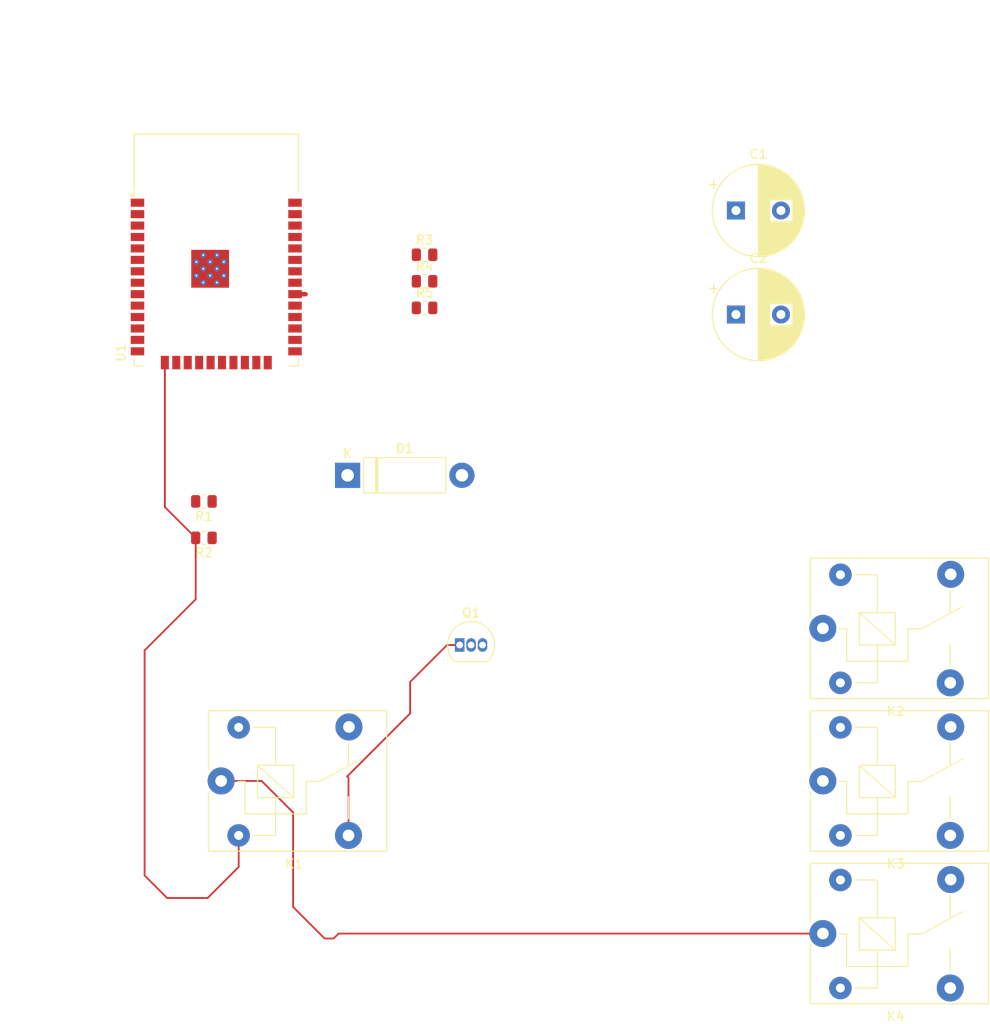
<source format=kicad_pcb>
(kicad_pcb (version 20241229) (generator "pcbnew") (generator_version "9.0")
  (layers (0 "F.Cu" signal) (2 "B.Cu" signal) (13 "F.Paste" user) (15 "B.Paste" user) (5 "F.SilkS" user "F.Silkscreen") (7 "B.SilkS" user "B.Silkscreen") (1 "F.Mask" user) (3 "B.Mask" user) (25 "Edge.Cuts" user))
  (net 0 "")
  (net 1 "5V")
  (net 2 "GND")
  (net 3 "VCC")
  (net 4 "NO")
  (net 5 "COM")
  (net 6 "IN")
  (net 7 "BASE")
  (net 8 "GPIO")
  (net 9 "GPIO2")
  (footprint "Capacitor_THT:CP_Radial_D10.0mm_P5.00mm" (layer "F.Cu") (at 139.694646 54.19)
    (property "Reference" "C2" (at 2.5 -6.25 0) (layer "F.SilkS"))
    (property "Value" "100nF")
    (pad "1" thru_hole rect (at 0 0) (size 2 2) (drill 1) (layers "*.Cu" "*.Mask") (net 3 "VCC"))
    (pad "2" thru_hole circle (at 5 0) (size 2 2) (drill 1) (layers "*.Cu" "*.Mask") (net 2 "GND"))
  )
  (footprint "Resistor_SMD:R_0805_2012Metric" (layer "F.Cu") (at 80.5875 74.95 180)
    (property "Reference" "R1" (at 0 -1.65 180) (layer "F.SilkS"))
    (property "Value" "1k")
    (pad "1" smd roundrect (at -0.9125 0 180) (size 1.025 1.4) (layers "F.Cu" "F.Mask" "F.Paste") (roundrect_rratio 0.243902) (net 8 "GPIO"))
    (pad "2" smd roundrect (at 0.9125 0 180) (size 1.025 1.4) (layers "F.Cu" "F.Mask" "F.Paste") (roundrect_rratio 0.243902) (net 7 "BASE"))
  )
  (footprint "Diode_THT:D_5W_P12.70mm_Horizontal" (layer "F.Cu") (at 96.55 72.05)
    (property "Reference" "D1" (at 6.35 -2.97 0) (layer "F.SilkS"))
    (property "Value" "D")
    (fp_text user "K" (at 0 -2.4 0) (layer "F.SilkS"))
    (pad "1" thru_hole rect (at 0 0) (size 2.8 2.8) (drill 1.4) (layers "*.Cu" "*.Mask") (net 4 "NO"))
    (pad "2" thru_hole oval (at 12.7 0) (size 2.8 2.8) (drill 1.4) (layers "*.Cu" "*.Mask") (net 5 "COM"))
  )
  (footprint "Resistor_SMD:R_0805_2012Metric" (layer "F.Cu") (at 105.1 53.45)
    (property "Reference" "R5" (at 0 -1.65 0) (layer "F.SilkS"))
    (property "Value" "1k")
    (pad "1" smd roundrect (at -0.9125 0) (size 1.025 1.4) (layers "F.Cu" "F.Mask" "F.Paste") (roundrect_rratio 0.243902))
    (pad "2" smd roundrect (at 0.9125 0) (size 1.025 1.4) (layers "F.Cu" "F.Mask" "F.Paste") (roundrect_rratio 0.243902) (net 2 "GND"))
  )
  (footprint "Relay_THT:Relay_SPDT_SANYOU_SRD_Series_Form_C" (layer "F.Cu") (at 149.35 89.05)
    (property "Reference" "K2" (at 8.1 9.2 0) (layer "F.SilkS"))
    (property "Value" "SANYOU_SRD_Form_C")
    (pad "1" thru_hole circle (at 0 0 90) (size 3 3) (drill 1.3) (layers "*.Cu" "*.Mask") (net 1 "5V"))
    (pad "2" thru_hole circle (at 1.95 6.05 90) (size 2.5 2.5) (drill 1) (layers "*.Cu" "*.Mask") (net 2 "GND"))
    (pad "3" thru_hole circle (at 14.15 6.05 90) (size 3 3) (drill 1.3) (layers "*.Cu" "*.Mask"))
    (pad "4" thru_hole circle (at 14.2 -6 90) (size 3 3) (drill 1.3) (layers "*.Cu" "*.Mask"))
    (pad "5" thru_hole circle (at 1.95 -5.95 90) (size 2.5 2.5) (drill 1) (layers "*.Cu" "*.Mask"))
  )
  (footprint "RF_Module:ESP32-WROOM-32" (layer "F.Cu") (at 81.96 50.02)
    (property "Reference" "U1" (at -10.61 8.43 90) (layer "F.SilkS"))
    (property "Value" "ESP32-WROOM-32")
    (pad "1" smd rect (at -8.75 -8.25) (size 1.5 0.9) (layers "F.Cu" "F.Mask" "F.Paste") (net 2 "GND"))
    (pad "2" smd rect (at -8.75 -6.98) (size 1.5 0.9) (layers "F.Cu" "F.Mask" "F.Paste") (net 3 "VCC"))
    (pad "3" smd rect (at -8.75 -5.71) (size 1.5 0.9) (layers "F.Cu" "F.Mask" "F.Paste"))
    (pad "4" smd rect (at -8.75 -4.44) (size 1.5 0.9) (layers "F.Cu" "F.Mask" "F.Paste"))
    (pad "5" smd rect (at -8.75 -3.17) (size 1.5 0.9) (layers "F.Cu" "F.Mask" "F.Paste"))
    (pad "6" smd rect (at -8.75 -1.9) (size 1.5 0.9) (layers "F.Cu" "F.Mask" "F.Paste"))
    (pad "7" smd rect (at -8.75 -0.63) (size 1.5 0.9) (layers "F.Cu" "F.Mask" "F.Paste"))
    (pad "8" smd rect (at -8.75 0.64) (size 1.5 0.9) (layers "F.Cu" "F.Mask" "F.Paste"))
    (pad "9" smd rect (at -8.75 1.91) (size 1.5 0.9) (layers "F.Cu" "F.Mask" "F.Paste"))
    (pad "10" smd rect (at -8.75 3.18) (size 1.5 0.9) (layers "F.Cu" "F.Mask" "F.Paste"))
    (pad "11" smd rect (at -8.75 4.45) (size 1.5 0.9) (layers "F.Cu" "F.Mask" "F.Paste"))
    (pad "12" smd rect (at -8.75 5.72) (size 1.5 0.9) (layers "F.Cu" "F.Mask" "F.Paste"))
    (pad "13" smd rect (at -8.75 6.99) (size 1.5 0.9) (layers "F.Cu" "F.Mask" "F.Paste"))
    (pad "14" smd rect (at -8.75 8.26) (size 1.5 0.9) (layers "F.Cu" "F.Mask" "F.Paste"))
    (pad "15" smd rect (at -5.71 9.51 90) (size 1.5 0.9) (layers "F.Cu" "F.Mask" "F.Paste") (net 2 "GND"))
    (pad "16" smd rect (at -4.44 9.51 90) (size 1.5 0.9) (layers "F.Cu" "F.Mask" "F.Paste"))
    (pad "17" smd rect (at -3.17 9.51 90) (size 1.5 0.9) (layers "F.Cu" "F.Mask" "F.Paste"))
    (pad "18" smd rect (at -1.9 9.51 90) (size 1.5 0.9) (layers "F.Cu" "F.Mask" "F.Paste"))
    (pad "19" smd rect (at -0.63 9.51 90) (size 1.5 0.9) (layers "F.Cu" "F.Mask" "F.Paste"))
    (pad "20" smd rect (at 0.64 9.51 90) (size 1.5 0.9) (layers "F.Cu" "F.Mask" "F.Paste"))
    (pad "21" smd rect (at 1.91 9.51 90) (size 1.5 0.9) (layers "F.Cu" "F.Mask" "F.Paste"))
    (pad "22" smd rect (at 3.18 9.51 90) (size 1.5 0.9) (layers "F.Cu" "F.Mask" "F.Paste"))
    (pad "23" smd rect (at 4.45 9.51 90) (size 1.5 0.9) (layers "F.Cu" "F.Mask" "F.Paste"))
    (pad "24" smd rect (at 5.72 9.51 90) (size 1.5 0.9) (layers "F.Cu" "F.Mask" "F.Paste"))
    (pad "25" smd rect (at 8.75 8.26) (size 1.5 0.9) (layers "F.Cu" "F.Mask" "F.Paste"))
    (pad "26" smd rect (at 8.75 6.99) (size 1.5 0.9) (layers "F.Cu" "F.Mask" "F.Paste"))
    (pad "27" smd rect (at 8.75 5.72) (size 1.5 0.9) (layers "F.Cu" "F.Mask" "F.Paste"))
    (pad "28" smd rect (at 8.75 4.45) (size 1.5 0.9) (layers "F.Cu" "F.Mask" "F.Paste"))
    (pad "29" smd rect (at 8.75 3.18) (size 1.5 0.9) (layers "F.Cu" "F.Mask" "F.Paste"))
    (pad "30" smd rect (at 8.75 1.91) (size 1.5 0.9) (layers "F.Cu" "F.Mask" "F.Paste") (net 8 "GPIO"))
    (pad "31" smd rect (at 8.75 0.64) (size 1.5 0.9) (layers "F.Cu" "F.Mask" "F.Paste") (net 9 "GPIO2"))
    (pad "32" smd rect (at 8.75 -0.63) (size 1.5 0.9) (layers "F.Cu" "F.Mask" "F.Paste"))
    (pad "33" smd rect (at 8.75 -1.9) (size 1.5 0.9) (layers "F.Cu" "F.Mask" "F.Paste"))
    (pad "34" smd rect (at 8.75 -3.17) (size 1.5 0.9) (layers "F.Cu" "F.Mask" "F.Paste"))
    (pad "35" smd rect (at 8.75 -4.44) (size 1.5 0.9) (layers "F.Cu" "F.Mask" "F.Paste"))
    (pad "36" smd rect (at 8.75 -5.71) (size 1.5 0.9) (layers "F.Cu" "F.Mask" "F.Paste"))
    (pad "37" smd rect (at 8.75 -6.98) (size 1.5 0.9) (layers "F.Cu" "F.Mask" "F.Paste"))
    (pad "38" smd rect (at 8.75 -8.25) (size 1.5 0.9) (layers "F.Cu" "F.Mask" "F.Paste") (net 2 "GND"))
    (pad "39" smd rect (at -2.205 -2.435) (size 1.05 1.05) (layers "F.Cu" "F.Paste") (net 2 "GND"))
    (pad "39" thru_hole circle (at -2.205 -1.6725) (size 0.6 0.6) (drill 0.2) (property pad_prop_heatsink) (layers "*.Cu" "F.Mask") (net 2 "GND"))
    (pad "39" smd rect (at -2.205 -0.91) (size 1.05 1.05) (layers "F.Cu" "F.Paste") (net 2 "GND"))
    (pad "39" thru_hole circle (at -2.205 -0.1475) (size 0.6 0.6) (drill 0.2) (property pad_prop_heatsink) (layers "*.Cu" "F.Mask") (net 2 "GND"))
    (pad "39" smd rect (at -2.205 0.615) (size 1.05 1.05) (layers "F.Cu" "F.Paste") (net 2 "GND"))
    (pad "39" thru_hole circle (at -1.4425 -2.435) (size 0.6 0.6) (drill 0.2) (property pad_prop_heatsink) (layers "*.Cu" "F.Mask") (net 2 "GND"))
    (pad "39" thru_hole circle (at -1.4425 -0.91) (size 0.6 0.6) (drill 0.2) (property pad_prop_heatsink) (layers "*.Cu" "F.Mask") (net 2 "GND"))
    (pad "39" thru_hole circle (at -1.4425 0.615) (size 0.6 0.6) (drill 0.2) (property pad_prop_heatsink) (layers "*.Cu" "F.Mask") (net 2 "GND"))
    (pad "39" smd rect (at -0.68 -2.435) (size 1.05 1.05) (layers "F.Cu" "F.Paste") (net 2 "GND"))
    (pad "39" thru_hole circle (at -0.68 -1.6725) (size 0.6 0.6) (drill 0.2) (property pad_prop_heatsink) (layers "*.Cu" "F.Mask") (net 2 "GND"))
    (pad "39" smd rect (at -0.68 -0.91) (size 1.05 1.05) (layers "F.Cu" "F.Paste") (net 2 "GND"))
    (pad "39" smd rect (at -0.68 -0.91) (size 4.2 4.2) (layers "F.Cu" "F.Mask") (net 2 "GND"))
    (pad "39" thru_hole circle (at -0.68 -0.1475) (size 0.6 0.6) (drill 0.2) (property pad_prop_heatsink) (layers "*.Cu" "F.Mask") (net 2 "GND"))
    (pad "39" smd rect (at -0.68 0.615) (size 1.05 1.05) (layers "F.Cu" "F.Paste") (net 2 "GND"))
    (pad "39" thru_hole circle (at 0.0825 -2.435) (size 0.6 0.6) (drill 0.2) (property pad_prop_heatsink) (layers "*.Cu" "F.Mask") (net 2 "GND"))
    (pad "39" thru_hole circle (at 0.0825 -0.91) (size 0.6 0.6) (drill 0.2) (property pad_prop_heatsink) (layers "*.Cu" "F.Mask") (net 2 "GND"))
    (pad "39" thru_hole circle (at 0.0825 0.615) (size 0.6 0.6) (drill 0.2) (property pad_prop_heatsink) (layers "*.Cu" "F.Mask") (net 2 "GND"))
    (pad "39" smd rect (at 0.845 -2.435) (size 1.05 1.05) (layers "F.Cu" "F.Paste") (net 2 "GND"))
    (pad "39" thru_hole circle (at 0.845 -1.6725) (size 0.6 0.6) (drill 0.2) (property pad_prop_heatsink) (layers "*.Cu" "F.Mask") (net 2 "GND"))
    (pad "39" smd rect (at 0.845 -0.91) (size 1.05 1.05) (layers "F.Cu" "F.Paste") (net 2 "GND"))
    (pad "39" thru_hole circle (at 0.845 -0.1475) (size 0.6 0.6) (drill 0.2) (property pad_prop_heatsink) (layers "*.Cu" "F.Mask") (net 2 "GND"))
    (pad "39" smd rect (at 0.845 0.615) (size 1.05 1.05) (layers "F.Cu" "F.Paste") (net 2 "GND"))
  )
  (footprint "Package_TO_SOT_THT:TO-92_Inline" (layer "F.Cu") (at 109 90.9)
    (property "Reference" "Q1" (at 1.27 -3.56 0) (layer "F.SilkS"))
    (property "Value" "BC547")
    (pad "1" thru_hole rect (at 0 0) (size 1.05 1.5) (drill 0.75) (layers "*.Cu" "*.Mask") (net 6 "IN"))
    (pad "2" thru_hole oval (at 1.27 0) (size 1.05 1.5) (drill 0.75) (layers "*.Cu" "*.Mask") (net 7 "BASE"))
    (pad "3" thru_hole oval (at 2.54 0) (size 1.05 1.5) (drill 0.75) (layers "*.Cu" "*.Mask") (net 2 "GND"))
  )
  (footprint "Capacitor_THT:CP_Radial_D10.0mm_P5.00mm" (layer "F.Cu") (at 139.694646 42.64)
    (property "Reference" "C1" (at 2.5 -6.25 0) (layer "F.SilkS"))
    (property "Value" "10µF")
    (pad "1" thru_hole rect (at 0 0) (size 2 2) (drill 1) (layers "*.Cu" "*.Mask") (net 1 "5V"))
    (pad "2" thru_hole circle (at 5 0) (size 2 2) (drill 1) (layers "*.Cu" "*.Mask") (net 2 "GND"))
  )
  (footprint "Resistor_SMD:R_0805_2012Metric" (layer "F.Cu") (at 80.5875 79 180)
    (property "Reference" "R2" (at 0 -1.65 180) (layer "F.SilkS"))
    (property "Value" "10k")
    (pad "1" smd roundrect (at -0.9125 0 180) (size 1.025 1.4) (layers "F.Cu" "F.Mask" "F.Paste") (roundrect_rratio 0.243902) (net 9 "GPIO2"))
    (pad "2" smd roundrect (at 0.9125 0 180) (size 1.025 1.4) (layers "F.Cu" "F.Mask" "F.Paste") (roundrect_rratio 0.243902) (net 2 "GND"))
  )
  (footprint "Resistor_SMD:R_0805_2012Metric" (layer "F.Cu") (at 105.1 47.55)
    (property "Reference" "R3" (at 0 -1.65 0) (layer "F.SilkS"))
    (property "Value" "1k")
    (pad "1" smd roundrect (at -0.9125 0) (size 1.025 1.4) (layers "F.Cu" "F.Mask" "F.Paste") (roundrect_rratio 0.243902))
    (pad "2" smd roundrect (at 0.9125 0) (size 1.025 1.4) (layers "F.Cu" "F.Mask" "F.Paste") (roundrect_rratio 0.243902) (net 2 "GND"))
  )
  (footprint "Relay_THT:Relay_SPDT_SANYOU_SRD_Series_Form_C" (layer "F.Cu") (at 149.35 106)
    (property "Reference" "K3" (at 8.1 9.2 0) (layer "F.SilkS"))
    (property "Value" "SANYOU_SRD_Form_C")
    (pad "1" thru_hole circle (at 0 0 90) (size 3 3) (drill 1.3) (layers "*.Cu" "*.Mask") (net 1 "5V"))
    (pad "2" thru_hole circle (at 1.95 6.05 90) (size 2.5 2.5) (drill 1) (layers "*.Cu" "*.Mask") (net 2 "GND"))
    (pad "3" thru_hole circle (at 14.15 6.05 90) (size 3 3) (drill 1.3) (layers "*.Cu" "*.Mask"))
    (pad "4" thru_hole circle (at 14.2 -6 90) (size 3 3) (drill 1.3) (layers "*.Cu" "*.Mask"))
    (pad "5" thru_hole circle (at 1.95 -5.95 90) (size 2.5 2.5) (drill 1) (layers "*.Cu" "*.Mask"))
  )
  (footprint "Resistor_SMD:R_0805_2012Metric" (layer "F.Cu") (at 105.1 50.5)
    (property "Reference" "R4" (at 0 -1.65 0) (layer "F.SilkS"))
    (property "Value" "1k")
    (pad "1" smd roundrect (at -0.9125 0) (size 1.025 1.4) (layers "F.Cu" "F.Mask" "F.Paste") (roundrect_rratio 0.243902))
    (pad "2" smd roundrect (at 0.9125 0) (size 1.025 1.4) (layers "F.Cu" "F.Mask" "F.Paste") (roundrect_rratio 0.243902) (net 2 "GND"))
  )
  (footprint "Relay_THT:Relay_SPDT_SANYOU_SRD_Series_Form_C" (layer "F.Cu") (at 149.35 122.95)
    (property "Reference" "K4" (at 8.1 9.2 0) (layer "F.SilkS"))
    (property "Value" "SANYOU_SRD_Form_C")
    (pad "1" thru_hole circle (at 0 0 90) (size 3 3) (drill 1.3) (layers "*.Cu" "*.Mask") (net 1 "5V"))
    (pad "2" thru_hole circle (at 1.95 6.05 90) (size 2.5 2.5) (drill 1) (layers "*.Cu" "*.Mask") (net 2 "GND"))
    (pad "3" thru_hole circle (at 14.15 6.05 90) (size 3 3) (drill 1.3) (layers "*.Cu" "*.Mask"))
    (pad "4" thru_hole circle (at 14.2 -6 90) (size 3 3) (drill 1.3) (layers "*.Cu" "*.Mask"))
    (pad "5" thru_hole circle (at 1.95 -5.95 90) (size 2.5 2.5) (drill 1) (layers "*.Cu" "*.Mask"))
  )
  (footprint "Relay_THT:Relay_SPDT_SANYOU_SRD_Series_Form_C" (layer "F.Cu") (at 82.5 106)
    (property "Reference" "K1" (at 8.1 9.2 0) (layer "F.SilkS"))
    (property "Value" "SANYOU_SRD_Form_C")
    (pad "1" thru_hole circle (at 0 0 90) (size 3 3) (drill 1.3) (layers "*.Cu" "*.Mask") (net 1 "5V"))
    (pad "2" thru_hole circle (at 1.95 6.05 90) (size 2.5 2.5) (drill 1) (layers "*.Cu" "*.Mask") (net 2 "GND"))
    (pad "3" thru_hole circle (at 14.15 6.05 90) (size 3 3) (drill 1.3) (layers "*.Cu" "*.Mask") (net 6 "IN"))
    (pad "4" thru_hole circle (at 14.2 -6 90) (size 3 3) (drill 1.3) (layers "*.Cu" "*.Mask") (net 5 "COM"))
    (pad "5" thru_hole circle (at 1.95 -5.95 90) (size 2.5 2.5) (drill 1) (layers "*.Cu" "*.Mask") (net 4 "NO"))
  )
  (segment (start 90.5 109.5) (end 90.5 120) (width 0.2) (layer "F.Cu") (net 1))
  (segment (start 82.5 106) (end 87 106) (width 0.2) (layer "F.Cu") (net 1))
  (segment (start 94 123.5) (end 95 123.5) (width 0.2) (layer "F.Cu") (net 1))
  (segment (start 90.5 120) (end 94 123.5) (width 0.2) (layer "F.Cu") (net 1))
  (segment (start 87 106) (end 90.5 109.5) (width 0.2) (layer "F.Cu") (net 1))
  (segment (start 95.55 122.95) (end 149.35 122.95) (width 0.2) (layer "F.Cu") (net 1))
  (segment (start 95 123.5) (end 95.55 122.95) (width 0.2) (layer "F.Cu") (net 1))
  (segment (start 74 116.5) (end 76.5 119) (width 0.2) (layer "F.Cu") (net 2))
  (segment (start 81 119) (end 84.45 115.55) (width 0.2) (layer "F.Cu") (net 2))
  (segment (start 76.25 59.53) (end 76.25 75.575) (width 0.2) (layer "F.Cu") (net 2))
  (segment (start 74 91.5) (end 74 116.5) (width 0.2) (layer "F.Cu") (net 2))
  (segment (start 76.25 75.575) (end 79.675 79) (width 0.2) (layer "F.Cu") (net 2))
  (segment (start 79.675 85.825) (end 74 91.5) (width 0.2) (layer "F.Cu") (net 2))
  (segment (start 79.675 79) (end 79.675 85.825) (width 0.2) (layer "F.Cu") (net 2))
  (segment (start 84.45 115.55) (end 84.45 112.05) (width 0.2) (layer "F.Cu") (net 2))
  (segment (start 76.5 119) (end 81 119) (width 0.2) (layer "F.Cu") (net 2))
  (segment (start 96.65 105.65) (end 96.5 105.5) (width 0.2) (layer "F.Cu") (net 6))
  (segment (start 103.5 95) (end 107.6 90.9) (width 0.2) (layer "F.Cu") (net 6))
  (segment (start 103.5 98.5) (end 103.5 95) (width 0.2) (layer "F.Cu") (net 6))
  (segment (start 96.5 105.5) (end 103.5 98.5) (width 0.2) (layer "F.Cu") (net 6))
  (segment (start 107.6 90.9) (end 109 90.9) (width 0.2) (layer "F.Cu") (net 6))
  (segment (start 96.65 112.05) (end 96.65 105.65) (width 0.2) (layer "F.Cu") (net 6))
  (segment (start 90.71 51.93) (end 91.88 51.93) (width 0.5) (layer "F.Cu") (net 8))
)
</source>
